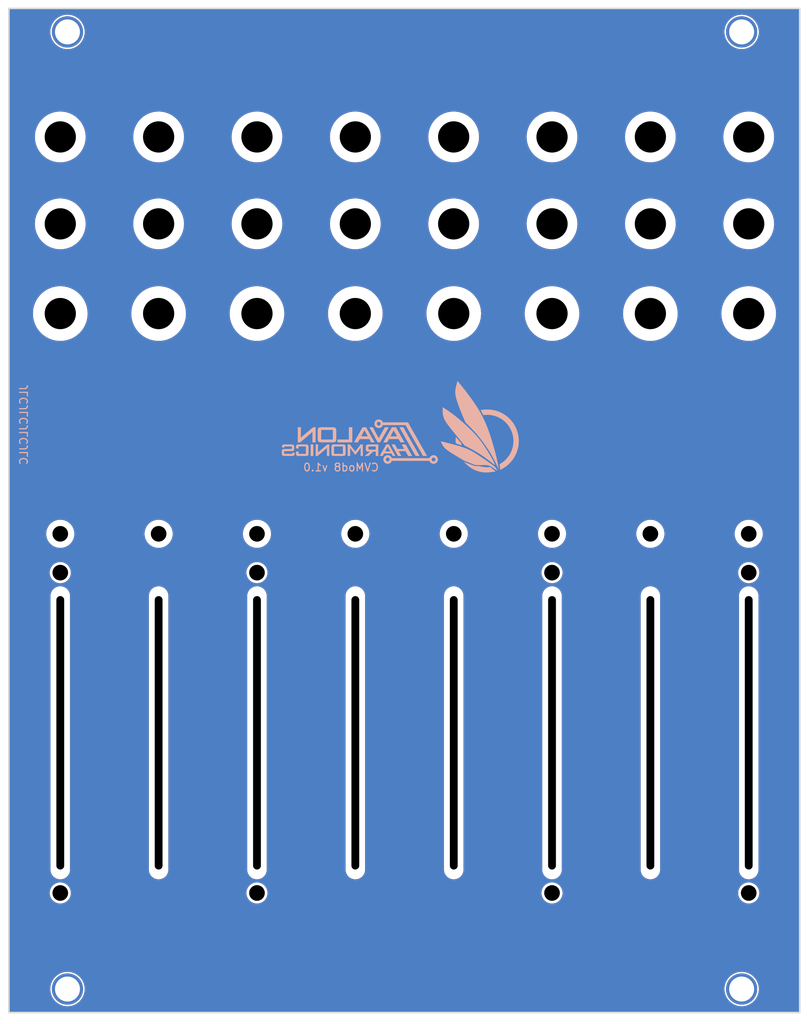
<source format=kicad_pcb>
(kicad_pcb (version 20211014) (generator pcbnew)
  (layers (0 "F.Cu" signal) (31 "B.Cu" signal) (34 "B.Paste" user) (35 "F.Paste" user) (36 "B.SilkS" user "B.Silkscreen") (37 "F.SilkS" user "F.Silkscreen") (38 "B.Mask" user) (39 "F.Mask" user) (44 "Edge.Cuts" user))
  (net 0 "")
  (footprint "Panels:Panel LED 3mm" (layer "F.Cu") (at 101.4984 89.657)
    (fp_text reference "REF**" hide)
    (fp_text value "Panel LED 3mm" hide)
    (pad "" np_thru_hole circle (at 0 0) (size 2 2) (drill 3.1) (layers "Dwgs.User"))
  )
  (footprint "Panels:Panel LED 3mm" (layer "F.Cu") (at 114.0968 89.657)
    (fp_text reference "REF**" hide)
    (fp_text value "Panel LED 3mm" hide)
    (pad "" np_thru_hole circle (at 0 0) (size 2 2) (drill 3.1) (layers "Dwgs.User"))
  )
  (footprint "Panels:Panel Trimmer Pot" (layer "F.Cu") (at 101.4984 61.468)
    (fp_text reference "REF**" hide)
    (fp_text value "Panel Trimmer Pot" hide)
    (pad "" np_thru_hole circle (at 0 0) (size 4 4) (drill 6.5) (layers "Dwgs.User"))
  )
  (footprint "Panels:Panel LED 3mm" (layer "F.Cu") (at 151.892 89.657)
    (fp_text reference "REF**" hide)
    (fp_text value "Panel LED 3mm" hide)
    (pad "" np_thru_hole circle (at 0 0) (size 2 2) (drill 3.1) (layers "Dwgs.User"))
  )
  (footprint "Panels:Panel LED 3mm" (layer "F.Cu") (at 88.9 89.657)
    (fp_text reference "REF**" hide)
    (fp_text value "Panel LED 3mm" hide)
    (pad "" np_thru_hole circle (at 0 0) (size 2 2) (drill 3.1) (layers "Dwgs.User"))
  )
  (footprint "Panels:Panel LED 3mm" (layer "F.Cu") (at 164.4904 89.657)
    (fp_text reference "REF**" hide)
    (fp_text value "Panel LED 3mm" hide)
    (pad "" np_thru_hole circle (at 0 0) (size 2 2) (drill 3.1) (layers "Dwgs.User"))
  )
  (footprint "Panels:Panel Trimmer Pot" (layer "F.Cu") (at 139.2936 61.468)
    (fp_text reference "REF**" hide)
    (fp_text value "Panel Trimmer Pot" hide)
    (pad "" np_thru_hole circle (at 0 0) (size 4 4) (drill 6.5) (layers "Dwgs.User"))
  )
  (footprint "Panels:Panel Slide Pot 30mm" (layer "F.Cu") (at 88.9 115.126)
    (fp_text reference "REF**" hide)
    (fp_text value "Panel Slide Pot 30mm" hide)
    (pad "" np_thru_hole roundrect (at 0 0) (size 1 35) (drill oval 2 37) (layers "Dwgs.User") (roundrect_rratio 0.5))
  )
  (footprint "Panels:Panel Slide Pot 30mm Screws" (layer "F.Cu") (at 76.3016 115.126)
    (fp_text reference "REF**" hide)
    (fp_text value "Panel Slide Pot 30mm Screws" hide)
    (pad "" np_thru_hole roundrect (at 0 0) (size 1 35) (drill oval 2 37) (layers "Dwgs.User") (roundrect_rratio 0.5))
    (pad "" np_thru_hole circle (at 0 -20.5) (size 2 2) (drill 2.2) (layers "Dwgs.User"))
    (pad "" np_thru_hole circle (at 0 20.5) (size 2 2) (drill 2.2) (layers "Dwgs.User"))
  )
  (footprint "Panels:Panel LED 3mm" (layer "F.Cu") (at 139.2936 89.657)
    (fp_text reference "REF**" hide)
    (fp_text value "Panel LED 3mm" hide)
    (pad "" np_thru_hole circle (at 0 0) (size 2 2) (drill 3.1) (layers "Dwgs.User"))
  )
  (footprint "Panels:Panel Jack" (layer "F.Cu") (at 126.6952 38.862)
    (fp_text reference "REF**" hide)
    (fp_text value "Panel Jack" hide)
    (pad "" np_thru_hole circle (at 0 0) (size 4 4) (drill 6) (layers "Dwgs.User"))
  )
  (footprint "Panels:Panel Slide Pot 30mm Screws" (layer "F.Cu") (at 139.2936 115.126)
    (fp_text reference "REF**" hide)
    (fp_text value "Panel Slide Pot 30mm Screws" hide)
    (pad "" np_thru_hole circle (at 0 20.5) (size 2 2) (drill 2.2) (layers "Dwgs.User"))
    (pad "" np_thru_hole circle (at 0 -20.5) (size 2 2) (drill 2.2) (layers "Dwgs.User"))
    (pad "" np_thru_hole roundrect (at 0 0) (size 1 35) (drill oval 2 37) (layers "Dwgs.User") (roundrect_rratio 0.5))
  )
  (footprint "Panels:Panel Screw" (layer "F.Cu") (at 77.223 147.92)
    (fp_text reference "REF**" hide)
    (fp_text value "Panel Screw" hide)
    (pad "" thru_hole circle (at 0 0) (size 4 4) (drill 3.2) (layers *.Cu *.Mask))
  )
  (footprint "Panels:Panel Jack" (layer "F.Cu") (at 164.4904 49.9872)
    (fp_text reference "REF**" hide)
    (fp_text value "Panel Jack" hide)
    (pad "" np_thru_hole circle (at 0 0) (size 4 4) (drill 6) (layers "Dwgs.User"))
  )
  (footprint "Panels:Panel Jack" (layer "F.Cu") (at 114.0968 49.9872)
    (fp_text reference "REF**" hide)
    (fp_text value "Panel Jack" hide)
    (pad "" np_thru_hole circle (at 0 0) (size 4 4) (drill 6) (layers "Dwgs.User"))
  )
  (footprint "Panels:Panel Trimmer Pot" (layer "F.Cu") (at 164.4904 61.468)
    (fp_text reference "REF**" hide)
    (fp_text value "Panel Trimmer Pot" hide)
    (pad "" np_thru_hole circle (at 0 0) (size 4 4) (drill 6.5) (layers "Dwgs.User"))
  )
  (footprint "Panels:Panel LED 3mm" (layer "F.Cu") (at 126.706 89.657)
    (fp_text reference "REF**" hide)
    (fp_text value "Panel LED 3mm" hide)
    (pad "" np_thru_hole circle (at 0 0) (size 2 2) (drill 3.1) (layers "Dwgs.User"))
  )
  (footprint "Panels:Panel Jack" (layer "F.Cu") (at 139.2936 38.862)
    (fp_text reference "REF**" hide)
    (fp_text value "Panel Jack" hide)
    (pad "" np_thru_hole circle (at 0 0) (size 4 4) (drill 6) (layers "Dwgs.User"))
  )
  (footprint "Panels:Panel Trimmer Pot" (layer "F.Cu") (at 76.3016 61.468)
    (fp_text reference "REF**" hide)
    (fp_text value "Panel Trimmer Pot" hide)
    (pad "" np_thru_hole circle (at 0 0) (size 4 4) (drill 6.5) (layers "Dwgs.User"))
  )
  (footprint "Panels:Panel Slide Pot 30mm" (layer "F.Cu") (at 114.0968 115.126)
    (fp_text reference "REF**" hide)
    (fp_text value "Panel Slide Pot 30mm" hide)
    (pad "" np_thru_hole roundrect (at 0 0) (size 1 35) (drill oval 2 37) (layers "Dwgs.User") (roundrect_rratio 0.5))
  )
  (footprint "Panels:Panel Jack" (layer "F.Cu") (at 76.3016 38.862)
    (fp_text reference "REF**" hide)
    (fp_text value "Panel Jack" hide)
    (pad "" np_thru_hole circle (at 0 0) (size 4 4) (drill 6) (layers "Dwgs.User"))
  )
  (footprint "Panels:Panel Jack" (layer "F.Cu") (at 88.9 49.9872)
    (fp_text reference "REF**" hide)
    (fp_text value "Panel Jack" hide)
    (pad "" np_thru_hole circle (at 0 0) (size 4 4) (drill 6) (layers "Dwgs.User"))
  )
  (footprint "Panels:Panel Trimmer Pot" (layer "F.Cu") (at 88.9 61.468)
    (fp_text reference "REF**" hide)
    (fp_text value "Panel Trimmer Pot" hide)
    (pad "" np_thru_hole circle (at 0 0) (size 4 4) (drill 6.5) (layers "Dwgs.User"))
  )
  (footprint "Panels:Panel Jack" (layer "F.Cu") (at 151.892 38.862)
    (fp_text reference "REF**" hide)
    (fp_text value "Panel Jack" hide)
    (pad "" np_thru_hole circle (at 0 0) (size 4 4) (drill 6) (layers "Dwgs.User"))
  )
  (footprint "Panels:Panel Avalon Harmonics Small 13mm" (layer "F.Cu") (at 120.396 143.002)
    (fp_text reference "G***" hide)
    (fp_text value "LOGO" hide)
  )
  (footprint "Panels:Panel Jack" (layer "F.Cu") (at 76.3016 49.9872)
    (fp_text reference "REF**" hide)
    (fp_text value "Panel Jack" hide)
    (pad "" np_thru_hole circle (at 0 0) (size 4 4) (drill 6) (layers "Dwgs.User"))
  )
  (footprint "Panels:Panel Screw" (layer "F.Cu") (at 77.223 25.42)
    (fp_text reference "REF**" hide)
    (fp_text value "Panel Screw" hide)
    (pad "" thru_hole circle (at 0 0) (size 4 4) (drill 3.2) (layers *.Cu *.Mask))
  )
  (footprint "Panels:Panel Screw" (layer "F.Cu") (at 163.583 25.42)
    (fp_text reference "REF**" hide)
    (fp_text value "Panel Screw" hide)
    (pad "" thru_hole circle (at 0 0) (size 4 4) (drill 3.2) (layers *.Cu *.Mask))
  )
  (footprint "Panels:Panel Slide Pot 30mm" (layer "F.Cu") (at 126.706 115.126)
    (fp_text reference "REF**" hide)
    (fp_text value "Panel Slide Pot 30mm" hide)
    (pad "" np_thru_hole roundrect (at 0 0) (size 1 35) (drill oval 2 37) (layers "Dwgs.User") (roundrect_rratio 0.5))
  )
  (footprint "Panels:Panel Screw" (layer "F.Cu") (at 163.583 147.92)
    (fp_text reference "REF**" hide)
    (fp_text value "Panel Screw" hide)
    (pad "" thru_hole circle (at 0 0) (size 4 4) (drill 3.2) (layers *.Cu *.Mask))
  )
  (footprint "Panels:Panel Jack" (layer "F.Cu") (at 101.4984 49.9872)
    (fp_text reference "REF**" hide)
    (fp_text value "Panel Jack" hide)
    (pad "" np_thru_hole circle (at 0 0) (size 4 4) (drill 6) (layers "Dwgs.User"))
  )
  (footprint "Panels:Panel Jack" (layer "F.Cu") (at 114.0968 38.862)
    (fp_text reference "REF**" hide)
    (fp_text value "Panel Jack" hide)
    (pad "" np_thru_hole circle (at 0 0) (size 4 4) (drill 6) (layers "Dwgs.User"))
  )
  (footprint "Panels:Panel Trimmer Pot" (layer "F.Cu") (at 126.706 61.468)
    (fp_text reference "REF**" hide)
    (fp_text value "Panel Trimmer Pot" hide)
    (pad "" np_thru_hole circle (at 0 0) (size 4 4) (drill 6.5) (layers "Dwgs.User"))
  )
  (footprint "Panels:Panel Slide Pot 30mm Screws" (layer "F.Cu") (at 164.4904 115.126)
    (fp_text reference "REF**" hide)
    (fp_text value "Panel Slide Pot 30mm Screws" hide)
    (pad "" np_thru_hole roundrect (at 0 0) (size 1 35) (drill oval 2 37) (layers "Dwgs.User") (roundrect_rratio 0.5))
    (pad "" np_thru_hole circle (at 0 20.5) (size 2 2) (drill 2.2) (layers "Dwgs.User"))
    (pad "" np_thru_hole circle (at 0 -20.5) (size 2 2) (drill 2.2) (layers "Dwgs.User"))
  )
  (footprint "Panels:Panel Jack" (layer "F.Cu") (at 151.892 49.9872)
    (fp_text reference "REF**" hide)
    (fp_text value "Panel Jack" hide)
    (pad "" np_thru_hole circle (at 0 0) (size 4 4) (drill 6) (layers "Dwgs.User"))
  )
  (footprint "Panels_Graphics:CVMod8_Panel" (layer "F.Cu") (at 120.4 86.55)
    (fp_text reference "G***" hide)
    (fp_text value "LOGO" hide)
  )
  (footprint "Panels:Panel LED 3mm" (layer "F.Cu") (at 76.3016 89.657)
    (fp_text reference "REF**" hide)
    (fp_text value "Panel LED 3mm" hide)
    (pad "" np_thru_hole circle (at 0 0) (size 2 2) (drill 3.1) (layers "Dwgs.User"))
  )
  (footprint "Panels:Panel Trimmer Pot" (layer "F.Cu") (at 151.892 61.468)
    (fp_text reference "REF**" hide)
    (fp_text value "Panel Trimmer Pot" hide)
    (pad "" np_thru_hole circle (at 0 0) (size 4 4) (drill 6.5) (layers "Dwgs.User"))
  )
  (footprint "Panels:Panel Slide Pot 30mm" (layer "F.Cu") (at 151.892 115.126)
    (fp_text reference "REF**" hide)
    (fp_text value "Panel Slide Pot 30mm" hide)
    (pad "" np_thru_hole roundrect (at 0 0) (size 1 35) (drill oval 2 37) (layers "Dwgs.User") (roundrect_rratio 0.5))
  )
  (footprint "Panels:Panel Slide Pot 30mm Screws" (layer "F.Cu") (at 101.4984 115.126)
    (fp_text reference "REF**" hide)
    (fp_text value "Panel Slide Pot 30mm Screws" hide)
    (pad "" np_thru_hole circle (at 0 20.5) (size 2 2) (drill 2.2) (layers "Dwgs.User"))
    (pad "" np_thru_hole roundrect (at 0 0) (size 1 35) (drill oval 2 37) (layers "Dwgs.User") (roundrect_rratio 0.5))
    (pad "" np_thru_hole circle (at 0 -20.5) (size 2 2) (drill 2.2) (layers "Dwgs.User"))
  )
  (footprint "Panels:Panel Trimmer Pot" (layer "F.Cu") (at 114.0968 61.468)
    (fp_text reference "REF**" hide)
    (fp_text value "Panel Trimmer Pot" hide)
    (pad "" np_thru_hole circle (at 0 0) (size 4 4) (drill 6.5) (layers "Dwgs.User"))
  )
  (footprint "Panels:Panel Jack" (layer "F.Cu") (at 88.9 38.862)
    (fp_text reference "REF**" hide)
    (fp_text value "Panel Jack" hide)
    (pad "" np_thru_hole circle (at 0 0) (size 4 4) (drill 6) (layers "Dwgs.User"))
  )
  (footprint "Panels:Panel Jack" (layer "F.Cu") (at 101.4984 38.862)
    (fp_text reference "REF**" hide)
    (fp_text value "Panel Jack" hide)
    (pad "" np_thru_hole circle (at 0 0) (size 4 4) (drill 6) (layers "Dwgs.User"))
  )
  (footprint "Panels:Panel Jack" (layer "F.Cu") (at 164.4904 38.862)
    (fp_text reference "REF**" hide)
    (fp_text value "Panel Jack" hide)
    (pad "" np_thru_hole circle (at 0 0) (size 4 4) (drill 6) (layers "Dwgs.User"))
  )
  (footprint "Panels:Panel Jack" (layer "F.Cu") (at 139.2936 49.9872)
    (fp_text reference "REF**" hide)
    (fp_text value "Panel Jack" hide)
    (pad "" np_thru_hole circle (at 0 0) (size 4 4) (drill 6) (layers "Dwgs.User"))
  )
  (footprint "Panels:Panel Jack" (layer "F.Cu") (at 126.6952 49.9872)
    (fp_text reference "REF**" hide)
    (fp_text value "Panel Jack" hide)
    (pad "" np_thru_hole circle (at 0 0) (size 4 4) (drill 6) (layers "Dwgs.User"))
  )
  (footprint "Logos:Avali Logo 10mm" (layer "B.Cu") (at 130.048 75.946 180)
    (fp_text reference "G***" hide)
    (fp_text value "LOGO" hide)
  )
  (footprint "Logos:Avalon Harmonics 20mm" (layer "B.Cu") (at 114.681 77.851 180)
    (fp_text reference "G***" hide)
    (fp_text value "LOGO" hide)
  )
  (gr_rect (start 69.723 22.42) (end 171.023 150.92) (layer "Edge.Cuts") (width 0.2) (fill none))
  (gr_text "CVMod8 v1.0" (at 112.268 81.153) (layer "B.SilkS") (effects (font (size 1 1)) (justify mirror)))
  (gr_text "JLCJLCJLCJLC" (at 71.628 75.692 90) (layer "B.SilkS") (effects (font (size 1 1)) (justify mirror)))
  (zone (net 0) (net_name "") (layer "F.Cu") (connect_pads (clearance 0)) (min_thickness 0.254) (fill yes (thermal_gap 0.508) (thermal_bridge_width 0.508))
    (polygon (pts (xy 172.212 152.4) (xy 68.58 152.4) (xy 68.58 21.336) (xy 172.212 21.336)))
  )
  (zone (net 0) (net_name "") (layer "B.Cu") (connect_pads (clearance 0)) (min_thickness 0.254) (fill yes (thermal_gap 0.508) (thermal_bridge_width 0.508))
    (polygon (pts (xy 172.212 152.4) (xy 68.58 152.4) (xy 68.58 21.336) (xy 172.212 21.336)))
  )
)
</source>
